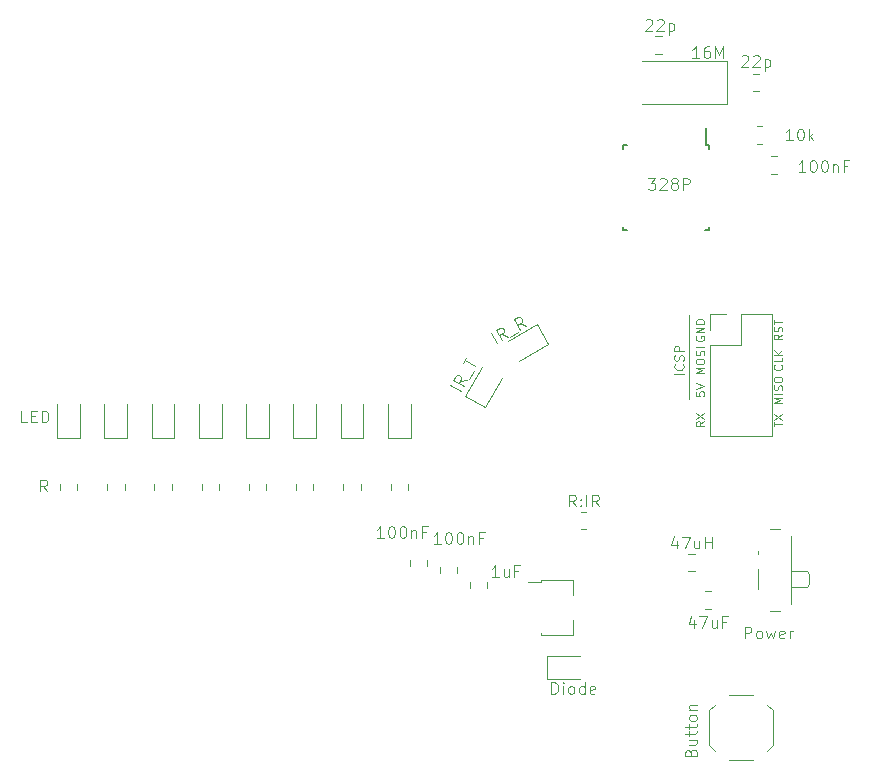
<source format=gbr>
%TF.GenerationSoftware,KiCad,Pcbnew,(5.1.9-0-10_14)*%
%TF.CreationDate,2021-08-30T14:03:39+08:00*%
%TF.ProjectId,FidgetSpinner,46696467-6574-4537-9069-6e6e65722e6b,rev?*%
%TF.SameCoordinates,Original*%
%TF.FileFunction,Legend,Top*%
%TF.FilePolarity,Positive*%
%FSLAX46Y46*%
G04 Gerber Fmt 4.6, Leading zero omitted, Abs format (unit mm)*
G04 Created by KiCad (PCBNEW (5.1.9-0-10_14)) date 2021-08-30 14:03:39*
%MOMM*%
%LPD*%
G01*
G04 APERTURE LIST*
%ADD10C,0.100000*%
%ADD11C,0.120000*%
%ADD12C,0.150000*%
G04 APERTURE END LIST*
D10*
X117726666Y-100863333D02*
X117726666Y-100463333D01*
X118426666Y-100663333D02*
X117726666Y-100663333D01*
X117726666Y-100296666D02*
X118426666Y-99830000D01*
X117726666Y-99830000D02*
X118426666Y-100296666D01*
X111822666Y-100446666D02*
X111489333Y-100680000D01*
X111822666Y-100846666D02*
X111122666Y-100846666D01*
X111122666Y-100580000D01*
X111156000Y-100513333D01*
X111189333Y-100480000D01*
X111256000Y-100446666D01*
X111356000Y-100446666D01*
X111422666Y-100480000D01*
X111456000Y-100513333D01*
X111489333Y-100580000D01*
X111489333Y-100846666D01*
X111122666Y-100213333D02*
X111822666Y-99746666D01*
X111122666Y-99746666D02*
X111822666Y-100213333D01*
X118426666Y-98890000D02*
X117726666Y-98890000D01*
X118226666Y-98656666D01*
X117726666Y-98423333D01*
X118426666Y-98423333D01*
X118426666Y-98090000D02*
X117726666Y-98090000D01*
X118393333Y-97790000D02*
X118426666Y-97690000D01*
X118426666Y-97523333D01*
X118393333Y-97456666D01*
X118360000Y-97423333D01*
X118293333Y-97390000D01*
X118226666Y-97390000D01*
X118160000Y-97423333D01*
X118126666Y-97456666D01*
X118093333Y-97523333D01*
X118060000Y-97656666D01*
X118026666Y-97723333D01*
X117993333Y-97756666D01*
X117926666Y-97790000D01*
X117860000Y-97790000D01*
X117793333Y-97756666D01*
X117760000Y-97723333D01*
X117726666Y-97656666D01*
X117726666Y-97490000D01*
X117760000Y-97390000D01*
X117726666Y-96956666D02*
X117726666Y-96823333D01*
X117760000Y-96756666D01*
X117826666Y-96690000D01*
X117960000Y-96656666D01*
X118193333Y-96656666D01*
X118326666Y-96690000D01*
X118393333Y-96756666D01*
X118426666Y-96823333D01*
X118426666Y-96956666D01*
X118393333Y-97023333D01*
X118326666Y-97090000D01*
X118193333Y-97123333D01*
X117960000Y-97123333D01*
X117826666Y-97090000D01*
X117760000Y-97023333D01*
X117726666Y-96956666D01*
X118426666Y-93093333D02*
X118093333Y-93326666D01*
X118426666Y-93493333D02*
X117726666Y-93493333D01*
X117726666Y-93226666D01*
X117760000Y-93160000D01*
X117793333Y-93126666D01*
X117860000Y-93093333D01*
X117960000Y-93093333D01*
X118026666Y-93126666D01*
X118060000Y-93160000D01*
X118093333Y-93226666D01*
X118093333Y-93493333D01*
X118393333Y-92826666D02*
X118426666Y-92726666D01*
X118426666Y-92560000D01*
X118393333Y-92493333D01*
X118360000Y-92460000D01*
X118293333Y-92426666D01*
X118226666Y-92426666D01*
X118160000Y-92460000D01*
X118126666Y-92493333D01*
X118093333Y-92560000D01*
X118060000Y-92693333D01*
X118026666Y-92760000D01*
X117993333Y-92793333D01*
X117926666Y-92826666D01*
X117860000Y-92826666D01*
X117793333Y-92793333D01*
X117760000Y-92760000D01*
X117726666Y-92693333D01*
X117726666Y-92526666D01*
X117760000Y-92426666D01*
X117726666Y-92226666D02*
X117726666Y-91826666D01*
X118426666Y-92026666D02*
X117726666Y-92026666D01*
X118360000Y-95666666D02*
X118393333Y-95700000D01*
X118426666Y-95800000D01*
X118426666Y-95866666D01*
X118393333Y-95966666D01*
X118326666Y-96033333D01*
X118260000Y-96066666D01*
X118126666Y-96100000D01*
X118026666Y-96100000D01*
X117893333Y-96066666D01*
X117826666Y-96033333D01*
X117760000Y-95966666D01*
X117726666Y-95866666D01*
X117726666Y-95800000D01*
X117760000Y-95700000D01*
X117793333Y-95666666D01*
X118426666Y-95033333D02*
X118426666Y-95366666D01*
X117726666Y-95366666D01*
X118426666Y-94800000D02*
X117726666Y-94800000D01*
X118426666Y-94400000D02*
X118026666Y-94700000D01*
X117726666Y-94400000D02*
X118126666Y-94800000D01*
X111156000Y-93243333D02*
X111122666Y-93310000D01*
X111122666Y-93410000D01*
X111156000Y-93510000D01*
X111222666Y-93576666D01*
X111289333Y-93610000D01*
X111422666Y-93643333D01*
X111522666Y-93643333D01*
X111656000Y-93610000D01*
X111722666Y-93576666D01*
X111789333Y-93510000D01*
X111822666Y-93410000D01*
X111822666Y-93343333D01*
X111789333Y-93243333D01*
X111756000Y-93210000D01*
X111522666Y-93210000D01*
X111522666Y-93343333D01*
X111822666Y-92910000D02*
X111122666Y-92910000D01*
X111822666Y-92510000D01*
X111122666Y-92510000D01*
X111822666Y-92176666D02*
X111122666Y-92176666D01*
X111122666Y-92010000D01*
X111156000Y-91910000D01*
X111222666Y-91843333D01*
X111289333Y-91810000D01*
X111422666Y-91776666D01*
X111522666Y-91776666D01*
X111656000Y-91810000D01*
X111722666Y-91843333D01*
X111789333Y-91910000D01*
X111822666Y-92010000D01*
X111822666Y-92176666D01*
X111822666Y-96350000D02*
X111122666Y-96350000D01*
X111622666Y-96116666D01*
X111122666Y-95883333D01*
X111822666Y-95883333D01*
X111122666Y-95416666D02*
X111122666Y-95283333D01*
X111156000Y-95216666D01*
X111222666Y-95150000D01*
X111356000Y-95116666D01*
X111589333Y-95116666D01*
X111722666Y-95150000D01*
X111789333Y-95216666D01*
X111822666Y-95283333D01*
X111822666Y-95416666D01*
X111789333Y-95483333D01*
X111722666Y-95550000D01*
X111589333Y-95583333D01*
X111356000Y-95583333D01*
X111222666Y-95550000D01*
X111156000Y-95483333D01*
X111122666Y-95416666D01*
X111789333Y-94850000D02*
X111822666Y-94750000D01*
X111822666Y-94583333D01*
X111789333Y-94516666D01*
X111756000Y-94483333D01*
X111689333Y-94450000D01*
X111622666Y-94450000D01*
X111556000Y-94483333D01*
X111522666Y-94516666D01*
X111489333Y-94583333D01*
X111456000Y-94716666D01*
X111422666Y-94783333D01*
X111389333Y-94816666D01*
X111322666Y-94850000D01*
X111256000Y-94850000D01*
X111189333Y-94816666D01*
X111156000Y-94783333D01*
X111122666Y-94716666D01*
X111122666Y-94550000D01*
X111156000Y-94450000D01*
X111822666Y-94150000D02*
X111122666Y-94150000D01*
X110089904Y-96430952D02*
X109289904Y-96430952D01*
X110013714Y-95592857D02*
X110051809Y-95630952D01*
X110089904Y-95745238D01*
X110089904Y-95821428D01*
X110051809Y-95935714D01*
X109975619Y-96011904D01*
X109899428Y-96050000D01*
X109747047Y-96088095D01*
X109632761Y-96088095D01*
X109480380Y-96050000D01*
X109404190Y-96011904D01*
X109328000Y-95935714D01*
X109289904Y-95821428D01*
X109289904Y-95745238D01*
X109328000Y-95630952D01*
X109366095Y-95592857D01*
X110051809Y-95288095D02*
X110089904Y-95173809D01*
X110089904Y-94983333D01*
X110051809Y-94907142D01*
X110013714Y-94869047D01*
X109937523Y-94830952D01*
X109861333Y-94830952D01*
X109785142Y-94869047D01*
X109747047Y-94907142D01*
X109708952Y-94983333D01*
X109670857Y-95135714D01*
X109632761Y-95211904D01*
X109594666Y-95250000D01*
X109518476Y-95288095D01*
X109442285Y-95288095D01*
X109366095Y-95250000D01*
X109328000Y-95211904D01*
X109289904Y-95135714D01*
X109289904Y-94945238D01*
X109328000Y-94830952D01*
X110089904Y-94488095D02*
X109289904Y-94488095D01*
X109289904Y-94183333D01*
X109328000Y-94107142D01*
X109366095Y-94069047D01*
X109442285Y-94030952D01*
X109556571Y-94030952D01*
X109632761Y-94069047D01*
X109670857Y-94107142D01*
X109708952Y-94183333D01*
X109708952Y-94488095D01*
X110490000Y-98552000D02*
X110490000Y-91440000D01*
X111122666Y-97923333D02*
X111122666Y-98256666D01*
X111456000Y-98290000D01*
X111422666Y-98256666D01*
X111389333Y-98190000D01*
X111389333Y-98023333D01*
X111422666Y-97956666D01*
X111456000Y-97923333D01*
X111522666Y-97890000D01*
X111689333Y-97890000D01*
X111756000Y-97923333D01*
X111789333Y-97956666D01*
X111822666Y-98023333D01*
X111822666Y-98190000D01*
X111789333Y-98256666D01*
X111756000Y-98290000D01*
X111122666Y-97690000D02*
X111822666Y-97456666D01*
X111122666Y-97223333D01*
X119292761Y-76652380D02*
X118721333Y-76652380D01*
X119007047Y-76652380D02*
X119007047Y-75652380D01*
X118911809Y-75795238D01*
X118816571Y-75890476D01*
X118721333Y-75938095D01*
X119911809Y-75652380D02*
X120007047Y-75652380D01*
X120102285Y-75700000D01*
X120149904Y-75747619D01*
X120197523Y-75842857D01*
X120245142Y-76033333D01*
X120245142Y-76271428D01*
X120197523Y-76461904D01*
X120149904Y-76557142D01*
X120102285Y-76604761D01*
X120007047Y-76652380D01*
X119911809Y-76652380D01*
X119816571Y-76604761D01*
X119768952Y-76557142D01*
X119721333Y-76461904D01*
X119673714Y-76271428D01*
X119673714Y-76033333D01*
X119721333Y-75842857D01*
X119768952Y-75747619D01*
X119816571Y-75700000D01*
X119911809Y-75652380D01*
X120673714Y-76652380D02*
X120673714Y-75652380D01*
X120768952Y-76271428D02*
X121054666Y-76652380D01*
X121054666Y-75985714D02*
X120673714Y-76366666D01*
X120372380Y-79319380D02*
X119800952Y-79319380D01*
X120086666Y-79319380D02*
X120086666Y-78319380D01*
X119991428Y-78462238D01*
X119896190Y-78557476D01*
X119800952Y-78605095D01*
X120991428Y-78319380D02*
X121086666Y-78319380D01*
X121181904Y-78367000D01*
X121229523Y-78414619D01*
X121277142Y-78509857D01*
X121324761Y-78700333D01*
X121324761Y-78938428D01*
X121277142Y-79128904D01*
X121229523Y-79224142D01*
X121181904Y-79271761D01*
X121086666Y-79319380D01*
X120991428Y-79319380D01*
X120896190Y-79271761D01*
X120848571Y-79224142D01*
X120800952Y-79128904D01*
X120753333Y-78938428D01*
X120753333Y-78700333D01*
X120800952Y-78509857D01*
X120848571Y-78414619D01*
X120896190Y-78367000D01*
X120991428Y-78319380D01*
X121943809Y-78319380D02*
X122039047Y-78319380D01*
X122134285Y-78367000D01*
X122181904Y-78414619D01*
X122229523Y-78509857D01*
X122277142Y-78700333D01*
X122277142Y-78938428D01*
X122229523Y-79128904D01*
X122181904Y-79224142D01*
X122134285Y-79271761D01*
X122039047Y-79319380D01*
X121943809Y-79319380D01*
X121848571Y-79271761D01*
X121800952Y-79224142D01*
X121753333Y-79128904D01*
X121705714Y-78938428D01*
X121705714Y-78700333D01*
X121753333Y-78509857D01*
X121800952Y-78414619D01*
X121848571Y-78367000D01*
X121943809Y-78319380D01*
X122705714Y-78652714D02*
X122705714Y-79319380D01*
X122705714Y-78747952D02*
X122753333Y-78700333D01*
X122848571Y-78652714D01*
X122991428Y-78652714D01*
X123086666Y-78700333D01*
X123134285Y-78795571D01*
X123134285Y-79319380D01*
X123943809Y-78795571D02*
X123610476Y-78795571D01*
X123610476Y-79319380D02*
X123610476Y-78319380D01*
X124086666Y-78319380D01*
X114990714Y-69524619D02*
X115038333Y-69477000D01*
X115133571Y-69429380D01*
X115371666Y-69429380D01*
X115466904Y-69477000D01*
X115514523Y-69524619D01*
X115562142Y-69619857D01*
X115562142Y-69715095D01*
X115514523Y-69857952D01*
X114943095Y-70429380D01*
X115562142Y-70429380D01*
X115943095Y-69524619D02*
X115990714Y-69477000D01*
X116085952Y-69429380D01*
X116324047Y-69429380D01*
X116419285Y-69477000D01*
X116466904Y-69524619D01*
X116514523Y-69619857D01*
X116514523Y-69715095D01*
X116466904Y-69857952D01*
X115895476Y-70429380D01*
X116514523Y-70429380D01*
X116943095Y-69762714D02*
X116943095Y-70762714D01*
X116943095Y-69810333D02*
X117038333Y-69762714D01*
X117228809Y-69762714D01*
X117324047Y-69810333D01*
X117371666Y-69857952D01*
X117419285Y-69953190D01*
X117419285Y-70238904D01*
X117371666Y-70334142D01*
X117324047Y-70381761D01*
X117228809Y-70429380D01*
X117038333Y-70429380D01*
X116943095Y-70381761D01*
X106862714Y-66476619D02*
X106910333Y-66429000D01*
X107005571Y-66381380D01*
X107243666Y-66381380D01*
X107338904Y-66429000D01*
X107386523Y-66476619D01*
X107434142Y-66571857D01*
X107434142Y-66667095D01*
X107386523Y-66809952D01*
X106815095Y-67381380D01*
X107434142Y-67381380D01*
X107815095Y-66476619D02*
X107862714Y-66429000D01*
X107957952Y-66381380D01*
X108196047Y-66381380D01*
X108291285Y-66429000D01*
X108338904Y-66476619D01*
X108386523Y-66571857D01*
X108386523Y-66667095D01*
X108338904Y-66809952D01*
X107767476Y-67381380D01*
X108386523Y-67381380D01*
X108815095Y-66714714D02*
X108815095Y-67714714D01*
X108815095Y-66762333D02*
X108910333Y-66714714D01*
X109100809Y-66714714D01*
X109196047Y-66762333D01*
X109243666Y-66809952D01*
X109291285Y-66905190D01*
X109291285Y-67190904D01*
X109243666Y-67286142D01*
X109196047Y-67333761D01*
X109100809Y-67381380D01*
X108910333Y-67381380D01*
X108815095Y-67333761D01*
X111379095Y-69667380D02*
X110807666Y-69667380D01*
X111093380Y-69667380D02*
X111093380Y-68667380D01*
X110998142Y-68810238D01*
X110902904Y-68905476D01*
X110807666Y-68953095D01*
X112236238Y-68667380D02*
X112045761Y-68667380D01*
X111950523Y-68715000D01*
X111902904Y-68762619D01*
X111807666Y-68905476D01*
X111760047Y-69095952D01*
X111760047Y-69476904D01*
X111807666Y-69572142D01*
X111855285Y-69619761D01*
X111950523Y-69667380D01*
X112141000Y-69667380D01*
X112236238Y-69619761D01*
X112283857Y-69572142D01*
X112331476Y-69476904D01*
X112331476Y-69238809D01*
X112283857Y-69143571D01*
X112236238Y-69095952D01*
X112141000Y-69048333D01*
X111950523Y-69048333D01*
X111855285Y-69095952D01*
X111807666Y-69143571D01*
X111760047Y-69238809D01*
X112760047Y-69667380D02*
X112760047Y-68667380D01*
X113093380Y-69381666D01*
X113426714Y-68667380D01*
X113426714Y-69667380D01*
X107053285Y-79843380D02*
X107672333Y-79843380D01*
X107339000Y-80224333D01*
X107481857Y-80224333D01*
X107577095Y-80271952D01*
X107624714Y-80319571D01*
X107672333Y-80414809D01*
X107672333Y-80652904D01*
X107624714Y-80748142D01*
X107577095Y-80795761D01*
X107481857Y-80843380D01*
X107196142Y-80843380D01*
X107100904Y-80795761D01*
X107053285Y-80748142D01*
X108053285Y-79938619D02*
X108100904Y-79891000D01*
X108196142Y-79843380D01*
X108434238Y-79843380D01*
X108529476Y-79891000D01*
X108577095Y-79938619D01*
X108624714Y-80033857D01*
X108624714Y-80129095D01*
X108577095Y-80271952D01*
X108005666Y-80843380D01*
X108624714Y-80843380D01*
X109196142Y-80271952D02*
X109100904Y-80224333D01*
X109053285Y-80176714D01*
X109005666Y-80081476D01*
X109005666Y-80033857D01*
X109053285Y-79938619D01*
X109100904Y-79891000D01*
X109196142Y-79843380D01*
X109386619Y-79843380D01*
X109481857Y-79891000D01*
X109529476Y-79938619D01*
X109577095Y-80033857D01*
X109577095Y-80081476D01*
X109529476Y-80176714D01*
X109481857Y-80224333D01*
X109386619Y-80271952D01*
X109196142Y-80271952D01*
X109100904Y-80319571D01*
X109053285Y-80367190D01*
X109005666Y-80462428D01*
X109005666Y-80652904D01*
X109053285Y-80748142D01*
X109100904Y-80795761D01*
X109196142Y-80843380D01*
X109386619Y-80843380D01*
X109481857Y-80795761D01*
X109529476Y-80748142D01*
X109577095Y-80652904D01*
X109577095Y-80462428D01*
X109529476Y-80367190D01*
X109481857Y-80319571D01*
X109386619Y-80271952D01*
X110005666Y-80843380D02*
X110005666Y-79843380D01*
X110386619Y-79843380D01*
X110481857Y-79891000D01*
X110529476Y-79938619D01*
X110577095Y-80033857D01*
X110577095Y-80176714D01*
X110529476Y-80271952D01*
X110481857Y-80319571D01*
X110386619Y-80367190D01*
X110005666Y-80367190D01*
X110974333Y-117260714D02*
X110974333Y-117927380D01*
X110736238Y-116879761D02*
X110498142Y-117594047D01*
X111117190Y-117594047D01*
X111402904Y-116927380D02*
X112069571Y-116927380D01*
X111641000Y-117927380D01*
X112879095Y-117260714D02*
X112879095Y-117927380D01*
X112450523Y-117260714D02*
X112450523Y-117784523D01*
X112498142Y-117879761D01*
X112593380Y-117927380D01*
X112736238Y-117927380D01*
X112831476Y-117879761D01*
X112879095Y-117832142D01*
X113688619Y-117403571D02*
X113355285Y-117403571D01*
X113355285Y-117927380D02*
X113355285Y-116927380D01*
X113831476Y-116927380D01*
X109482095Y-110529714D02*
X109482095Y-111196380D01*
X109244000Y-110148761D02*
X109005904Y-110863047D01*
X109624952Y-110863047D01*
X109910666Y-110196380D02*
X110577333Y-110196380D01*
X110148761Y-111196380D01*
X111386857Y-110529714D02*
X111386857Y-111196380D01*
X110958285Y-110529714D02*
X110958285Y-111053523D01*
X111005904Y-111148761D01*
X111101142Y-111196380D01*
X111244000Y-111196380D01*
X111339238Y-111148761D01*
X111386857Y-111101142D01*
X111863047Y-111196380D02*
X111863047Y-110196380D01*
X111863047Y-110672571D02*
X112434476Y-110672571D01*
X112434476Y-111196380D02*
X112434476Y-110196380D01*
X115244809Y-118816380D02*
X115244809Y-117816380D01*
X115625761Y-117816380D01*
X115721000Y-117864000D01*
X115768619Y-117911619D01*
X115816238Y-118006857D01*
X115816238Y-118149714D01*
X115768619Y-118244952D01*
X115721000Y-118292571D01*
X115625761Y-118340190D01*
X115244809Y-118340190D01*
X116387666Y-118816380D02*
X116292428Y-118768761D01*
X116244809Y-118721142D01*
X116197190Y-118625904D01*
X116197190Y-118340190D01*
X116244809Y-118244952D01*
X116292428Y-118197333D01*
X116387666Y-118149714D01*
X116530523Y-118149714D01*
X116625761Y-118197333D01*
X116673380Y-118244952D01*
X116721000Y-118340190D01*
X116721000Y-118625904D01*
X116673380Y-118721142D01*
X116625761Y-118768761D01*
X116530523Y-118816380D01*
X116387666Y-118816380D01*
X117054333Y-118149714D02*
X117244809Y-118816380D01*
X117435285Y-118340190D01*
X117625761Y-118816380D01*
X117816238Y-118149714D01*
X118578142Y-118768761D02*
X118482904Y-118816380D01*
X118292428Y-118816380D01*
X118197190Y-118768761D01*
X118149571Y-118673523D01*
X118149571Y-118292571D01*
X118197190Y-118197333D01*
X118292428Y-118149714D01*
X118482904Y-118149714D01*
X118578142Y-118197333D01*
X118625761Y-118292571D01*
X118625761Y-118387809D01*
X118149571Y-118483047D01*
X119054333Y-118816380D02*
X119054333Y-118149714D01*
X119054333Y-118340190D02*
X119101952Y-118244952D01*
X119149571Y-118197333D01*
X119244809Y-118149714D01*
X119340047Y-118149714D01*
X110672571Y-128476142D02*
X110720190Y-128333285D01*
X110767809Y-128285666D01*
X110863047Y-128238047D01*
X111005904Y-128238047D01*
X111101142Y-128285666D01*
X111148761Y-128333285D01*
X111196380Y-128428523D01*
X111196380Y-128809476D01*
X110196380Y-128809476D01*
X110196380Y-128476142D01*
X110244000Y-128380904D01*
X110291619Y-128333285D01*
X110386857Y-128285666D01*
X110482095Y-128285666D01*
X110577333Y-128333285D01*
X110624952Y-128380904D01*
X110672571Y-128476142D01*
X110672571Y-128809476D01*
X110529714Y-127380904D02*
X111196380Y-127380904D01*
X110529714Y-127809476D02*
X111053523Y-127809476D01*
X111148761Y-127761857D01*
X111196380Y-127666619D01*
X111196380Y-127523761D01*
X111148761Y-127428523D01*
X111101142Y-127380904D01*
X110529714Y-127047571D02*
X110529714Y-126666619D01*
X110196380Y-126904714D02*
X111053523Y-126904714D01*
X111148761Y-126857095D01*
X111196380Y-126761857D01*
X111196380Y-126666619D01*
X110529714Y-126476142D02*
X110529714Y-126095190D01*
X110196380Y-126333285D02*
X111053523Y-126333285D01*
X111148761Y-126285666D01*
X111196380Y-126190428D01*
X111196380Y-126095190D01*
X111196380Y-125619000D02*
X111148761Y-125714238D01*
X111101142Y-125761857D01*
X111005904Y-125809476D01*
X110720190Y-125809476D01*
X110624952Y-125761857D01*
X110577333Y-125714238D01*
X110529714Y-125619000D01*
X110529714Y-125476142D01*
X110577333Y-125380904D01*
X110624952Y-125333285D01*
X110720190Y-125285666D01*
X111005904Y-125285666D01*
X111101142Y-125333285D01*
X111148761Y-125380904D01*
X111196380Y-125476142D01*
X111196380Y-125619000D01*
X110529714Y-124857095D02*
X111196380Y-124857095D01*
X110624952Y-124857095D02*
X110577333Y-124809476D01*
X110529714Y-124714238D01*
X110529714Y-124571380D01*
X110577333Y-124476142D01*
X110672571Y-124428523D01*
X111196380Y-124428523D01*
X100933333Y-107640380D02*
X100600000Y-107164190D01*
X100361904Y-107640380D02*
X100361904Y-106640380D01*
X100742857Y-106640380D01*
X100838095Y-106688000D01*
X100885714Y-106735619D01*
X100933333Y-106830857D01*
X100933333Y-106973714D01*
X100885714Y-107068952D01*
X100838095Y-107116571D01*
X100742857Y-107164190D01*
X100361904Y-107164190D01*
X101361904Y-107545142D02*
X101409523Y-107592761D01*
X101361904Y-107640380D01*
X101314285Y-107592761D01*
X101361904Y-107545142D01*
X101361904Y-107640380D01*
X101361904Y-107021333D02*
X101409523Y-107068952D01*
X101361904Y-107116571D01*
X101314285Y-107068952D01*
X101361904Y-107021333D01*
X101361904Y-107116571D01*
X101838095Y-107640380D02*
X101838095Y-106640380D01*
X102885714Y-107640380D02*
X102552380Y-107164190D01*
X102314285Y-107640380D02*
X102314285Y-106640380D01*
X102695238Y-106640380D01*
X102790476Y-106688000D01*
X102838095Y-106735619D01*
X102885714Y-106830857D01*
X102885714Y-106973714D01*
X102838095Y-107068952D01*
X102790476Y-107116571D01*
X102695238Y-107164190D01*
X102314285Y-107164190D01*
X84685380Y-110307380D02*
X84113952Y-110307380D01*
X84399666Y-110307380D02*
X84399666Y-109307380D01*
X84304428Y-109450238D01*
X84209190Y-109545476D01*
X84113952Y-109593095D01*
X85304428Y-109307380D02*
X85399666Y-109307380D01*
X85494904Y-109355000D01*
X85542523Y-109402619D01*
X85590142Y-109497857D01*
X85637761Y-109688333D01*
X85637761Y-109926428D01*
X85590142Y-110116904D01*
X85542523Y-110212142D01*
X85494904Y-110259761D01*
X85399666Y-110307380D01*
X85304428Y-110307380D01*
X85209190Y-110259761D01*
X85161571Y-110212142D01*
X85113952Y-110116904D01*
X85066333Y-109926428D01*
X85066333Y-109688333D01*
X85113952Y-109497857D01*
X85161571Y-109402619D01*
X85209190Y-109355000D01*
X85304428Y-109307380D01*
X86256809Y-109307380D02*
X86352047Y-109307380D01*
X86447285Y-109355000D01*
X86494904Y-109402619D01*
X86542523Y-109497857D01*
X86590142Y-109688333D01*
X86590142Y-109926428D01*
X86542523Y-110116904D01*
X86494904Y-110212142D01*
X86447285Y-110259761D01*
X86352047Y-110307380D01*
X86256809Y-110307380D01*
X86161571Y-110259761D01*
X86113952Y-110212142D01*
X86066333Y-110116904D01*
X86018714Y-109926428D01*
X86018714Y-109688333D01*
X86066333Y-109497857D01*
X86113952Y-109402619D01*
X86161571Y-109355000D01*
X86256809Y-109307380D01*
X87018714Y-109640714D02*
X87018714Y-110307380D01*
X87018714Y-109735952D02*
X87066333Y-109688333D01*
X87161571Y-109640714D01*
X87304428Y-109640714D01*
X87399666Y-109688333D01*
X87447285Y-109783571D01*
X87447285Y-110307380D01*
X88256809Y-109783571D02*
X87923476Y-109783571D01*
X87923476Y-110307380D02*
X87923476Y-109307380D01*
X88399666Y-109307380D01*
X89511380Y-110815380D02*
X88939952Y-110815380D01*
X89225666Y-110815380D02*
X89225666Y-109815380D01*
X89130428Y-109958238D01*
X89035190Y-110053476D01*
X88939952Y-110101095D01*
X90130428Y-109815380D02*
X90225666Y-109815380D01*
X90320904Y-109863000D01*
X90368523Y-109910619D01*
X90416142Y-110005857D01*
X90463761Y-110196333D01*
X90463761Y-110434428D01*
X90416142Y-110624904D01*
X90368523Y-110720142D01*
X90320904Y-110767761D01*
X90225666Y-110815380D01*
X90130428Y-110815380D01*
X90035190Y-110767761D01*
X89987571Y-110720142D01*
X89939952Y-110624904D01*
X89892333Y-110434428D01*
X89892333Y-110196333D01*
X89939952Y-110005857D01*
X89987571Y-109910619D01*
X90035190Y-109863000D01*
X90130428Y-109815380D01*
X91082809Y-109815380D02*
X91178047Y-109815380D01*
X91273285Y-109863000D01*
X91320904Y-109910619D01*
X91368523Y-110005857D01*
X91416142Y-110196333D01*
X91416142Y-110434428D01*
X91368523Y-110624904D01*
X91320904Y-110720142D01*
X91273285Y-110767761D01*
X91178047Y-110815380D01*
X91082809Y-110815380D01*
X90987571Y-110767761D01*
X90939952Y-110720142D01*
X90892333Y-110624904D01*
X90844714Y-110434428D01*
X90844714Y-110196333D01*
X90892333Y-110005857D01*
X90939952Y-109910619D01*
X90987571Y-109863000D01*
X91082809Y-109815380D01*
X91844714Y-110148714D02*
X91844714Y-110815380D01*
X91844714Y-110243952D02*
X91892333Y-110196333D01*
X91987571Y-110148714D01*
X92130428Y-110148714D01*
X92225666Y-110196333D01*
X92273285Y-110291571D01*
X92273285Y-110815380D01*
X93082809Y-110291571D02*
X92749476Y-110291571D01*
X92749476Y-110815380D02*
X92749476Y-109815380D01*
X93225666Y-109815380D01*
X94400761Y-113609380D02*
X93829333Y-113609380D01*
X94115047Y-113609380D02*
X94115047Y-112609380D01*
X94019809Y-112752238D01*
X93924571Y-112847476D01*
X93829333Y-112895095D01*
X95257904Y-112942714D02*
X95257904Y-113609380D01*
X94829333Y-112942714D02*
X94829333Y-113466523D01*
X94876952Y-113561761D01*
X94972190Y-113609380D01*
X95115047Y-113609380D01*
X95210285Y-113561761D01*
X95257904Y-113514142D01*
X96067428Y-113085571D02*
X95734095Y-113085571D01*
X95734095Y-113609380D02*
X95734095Y-112609380D01*
X96210285Y-112609380D01*
X98877666Y-123515380D02*
X98877666Y-122515380D01*
X99115761Y-122515380D01*
X99258619Y-122563000D01*
X99353857Y-122658238D01*
X99401476Y-122753476D01*
X99449095Y-122943952D01*
X99449095Y-123086809D01*
X99401476Y-123277285D01*
X99353857Y-123372523D01*
X99258619Y-123467761D01*
X99115761Y-123515380D01*
X98877666Y-123515380D01*
X99877666Y-123515380D02*
X99877666Y-122848714D01*
X99877666Y-122515380D02*
X99830047Y-122563000D01*
X99877666Y-122610619D01*
X99925285Y-122563000D01*
X99877666Y-122515380D01*
X99877666Y-122610619D01*
X100496714Y-123515380D02*
X100401476Y-123467761D01*
X100353857Y-123420142D01*
X100306238Y-123324904D01*
X100306238Y-123039190D01*
X100353857Y-122943952D01*
X100401476Y-122896333D01*
X100496714Y-122848714D01*
X100639571Y-122848714D01*
X100734809Y-122896333D01*
X100782428Y-122943952D01*
X100830047Y-123039190D01*
X100830047Y-123324904D01*
X100782428Y-123420142D01*
X100734809Y-123467761D01*
X100639571Y-123515380D01*
X100496714Y-123515380D01*
X101687190Y-123515380D02*
X101687190Y-122515380D01*
X101687190Y-123467761D02*
X101591952Y-123515380D01*
X101401476Y-123515380D01*
X101306238Y-123467761D01*
X101258619Y-123420142D01*
X101211000Y-123324904D01*
X101211000Y-123039190D01*
X101258619Y-122943952D01*
X101306238Y-122896333D01*
X101401476Y-122848714D01*
X101591952Y-122848714D01*
X101687190Y-122896333D01*
X102544333Y-123467761D02*
X102449095Y-123515380D01*
X102258619Y-123515380D01*
X102163380Y-123467761D01*
X102115761Y-123372523D01*
X102115761Y-122991571D01*
X102163380Y-122896333D01*
X102258619Y-122848714D01*
X102449095Y-122848714D01*
X102544333Y-122896333D01*
X102591952Y-122991571D01*
X102591952Y-123086809D01*
X102115761Y-123182047D01*
X56189523Y-106370380D02*
X55856190Y-105894190D01*
X55618095Y-106370380D02*
X55618095Y-105370380D01*
X55999047Y-105370380D01*
X56094285Y-105418000D01*
X56141904Y-105465619D01*
X56189523Y-105560857D01*
X56189523Y-105703714D01*
X56141904Y-105798952D01*
X56094285Y-105846571D01*
X55999047Y-105894190D01*
X55618095Y-105894190D01*
X54475142Y-100528380D02*
X53998952Y-100528380D01*
X53998952Y-99528380D01*
X54808476Y-100004571D02*
X55141809Y-100004571D01*
X55284666Y-100528380D02*
X54808476Y-100528380D01*
X54808476Y-99528380D01*
X55284666Y-99528380D01*
X55713238Y-100528380D02*
X55713238Y-99528380D01*
X55951333Y-99528380D01*
X56094190Y-99576000D01*
X56189428Y-99671238D01*
X56237047Y-99766476D01*
X56284666Y-99956952D01*
X56284666Y-100099809D01*
X56237047Y-100290285D01*
X56189428Y-100385523D01*
X56094190Y-100480761D01*
X55951333Y-100528380D01*
X55713238Y-100528380D01*
X94280250Y-93792249D02*
X93780250Y-92926224D01*
X95187515Y-93268440D02*
X94660744Y-93022713D01*
X94692643Y-93554154D02*
X94192643Y-92688128D01*
X94522558Y-92497652D01*
X94628846Y-92491273D01*
X94693895Y-92508702D01*
X94782753Y-92567371D01*
X94854182Y-92691089D01*
X94860561Y-92797377D01*
X94843131Y-92862426D01*
X94784462Y-92951285D01*
X94454548Y-93141761D01*
X95400091Y-93255680D02*
X96059920Y-92874728D01*
X96713369Y-92387487D02*
X96186599Y-92141761D01*
X96218497Y-92673201D02*
X95718497Y-91807176D01*
X96048412Y-91616700D01*
X96154700Y-91610320D01*
X96219749Y-91627750D01*
X96308607Y-91686419D01*
X96380036Y-91810137D01*
X96386416Y-91916425D01*
X96368986Y-91981474D01*
X96310317Y-92070332D01*
X95980402Y-92260808D01*
X91200821Y-97839032D02*
X90334795Y-97339032D01*
X91724630Y-96931767D02*
X91145570Y-96982347D01*
X91438916Y-97426639D02*
X90572890Y-96926639D01*
X90763367Y-96596724D01*
X90852225Y-96538055D01*
X90917274Y-96520625D01*
X91023562Y-96527005D01*
X91147280Y-96598434D01*
X91205949Y-96687292D01*
X91223379Y-96752341D01*
X91216999Y-96858629D01*
X91026523Y-97188543D01*
X91902347Y-96814429D02*
X92283299Y-96154600D01*
X91382414Y-95524502D02*
X91668128Y-95029630D01*
X92391297Y-95777066D02*
X91525271Y-95277066D01*
D11*
%TO.C,J1*%
X112335000Y-101660000D02*
X117535000Y-101660000D01*
X112335000Y-93980000D02*
X112335000Y-101660000D01*
X117535000Y-91380000D02*
X117535000Y-101660000D01*
X112335000Y-93980000D02*
X114935000Y-93980000D01*
X114935000Y-93980000D02*
X114935000Y-91380000D01*
X114935000Y-91380000D02*
X117535000Y-91380000D01*
X112335000Y-92710000D02*
X112335000Y-91380000D01*
X112335000Y-91380000D02*
X113665000Y-91380000D01*
%TO.C,Y1*%
X106520000Y-73555000D02*
X113770000Y-73555000D01*
X113770000Y-73555000D02*
X113770000Y-69955000D01*
X113770000Y-69955000D02*
X106520000Y-69955000D01*
D12*
%TO.C,U1*%
X112210000Y-77020000D02*
X111985000Y-77020000D01*
X112210000Y-84270000D02*
X111885000Y-84270000D01*
X104960000Y-84270000D02*
X105285000Y-84270000D01*
X104960000Y-77020000D02*
X105285000Y-77020000D01*
X112210000Y-77020000D02*
X112210000Y-77345000D01*
X104960000Y-77020000D02*
X104960000Y-77345000D01*
X104960000Y-84270000D02*
X104960000Y-83945000D01*
X112210000Y-84270000D02*
X112210000Y-83945000D01*
X111985000Y-77020000D02*
X111985000Y-75595000D01*
D11*
%TO.C,SW2*%
X115975000Y-129085000D02*
X113895000Y-129085000D01*
X112215000Y-124915000D02*
X112705000Y-124425000D01*
X115975000Y-123645000D02*
X113895000Y-123645000D01*
X112215000Y-127815000D02*
X112705000Y-128305000D01*
X112215000Y-127815000D02*
X112215000Y-124915000D01*
X117655000Y-127815000D02*
X117165000Y-128305000D01*
X117655000Y-127815000D02*
X117655000Y-124915000D01*
X117655000Y-124915000D02*
X117165000Y-124425000D01*
%TO.C,SW1*%
X116355000Y-111630000D02*
X116355000Y-111430000D01*
X120495000Y-114430000D02*
X120705000Y-114230000D01*
X120495000Y-113130000D02*
X120705000Y-113330000D01*
X119205000Y-114430000D02*
X120495000Y-114430000D01*
X120705000Y-114230000D02*
X120705000Y-113330000D01*
X120495000Y-113130000D02*
X119205000Y-113130000D01*
X119205000Y-115880000D02*
X119205000Y-110180000D01*
X116355000Y-114630000D02*
X116355000Y-112930000D01*
X117405000Y-116480000D02*
X118195000Y-116480000D01*
X118195000Y-109580000D02*
X117405000Y-109580000D01*
%TO.C,R10*%
X101827064Y-109574000D02*
X101372936Y-109574000D01*
X101827064Y-108104000D02*
X101372936Y-108104000D01*
%TO.C,R9*%
X116247936Y-75465000D02*
X116702064Y-75465000D01*
X116247936Y-76935000D02*
X116702064Y-76935000D01*
%TO.C,R8*%
X85265000Y-106227064D02*
X85265000Y-105772936D01*
X86735000Y-106227064D02*
X86735000Y-105772936D01*
%TO.C,R7*%
X81265000Y-106227064D02*
X81265000Y-105772936D01*
X82735000Y-106227064D02*
X82735000Y-105772936D01*
%TO.C,R6*%
X77265000Y-106227064D02*
X77265000Y-105772936D01*
X78735000Y-106227064D02*
X78735000Y-105772936D01*
%TO.C,R5*%
X73265000Y-106227064D02*
X73265000Y-105772936D01*
X74735000Y-106227064D02*
X74735000Y-105772936D01*
%TO.C,R4*%
X69265000Y-106227064D02*
X69265000Y-105772936D01*
X70735000Y-106227064D02*
X70735000Y-105772936D01*
%TO.C,R3*%
X65265000Y-106227064D02*
X65265000Y-105772936D01*
X66735000Y-106227064D02*
X66735000Y-105772936D01*
%TO.C,R2*%
X61265000Y-106227064D02*
X61265000Y-105772936D01*
X62735000Y-106227064D02*
X62735000Y-105772936D01*
%TO.C,R1*%
X57265000Y-106227064D02*
X57265000Y-105772936D01*
X58735000Y-106227064D02*
X58735000Y-105772936D01*
%TO.C,Q1*%
X96133975Y-95311384D02*
X98610807Y-93881384D01*
X98610807Y-93881384D02*
X97650807Y-92218616D01*
X97650807Y-92218616D02*
X95173975Y-93648616D01*
%TO.C,L1*%
X110473748Y-111685000D02*
X110996252Y-111685000D01*
X110473748Y-113105000D02*
X110996252Y-113105000D01*
%TO.C,HS1*%
X100720000Y-117255000D02*
X100720000Y-118565000D01*
X100720000Y-118565000D02*
X98000000Y-118565000D01*
X96860000Y-114075000D02*
X98000000Y-114075000D01*
X100720000Y-113845000D02*
X100720000Y-115155000D01*
X98000000Y-113845000D02*
X100720000Y-113845000D01*
X98000000Y-113845000D02*
X98000000Y-114075000D01*
X98000000Y-118565000D02*
X98000000Y-118335000D01*
%TO.C,D17*%
X85040000Y-99000000D02*
X85040000Y-101860000D01*
X85040000Y-101860000D02*
X86960000Y-101860000D01*
X86960000Y-101860000D02*
X86960000Y-99000000D01*
%TO.C,D16*%
X81040000Y-99000000D02*
X81040000Y-101860000D01*
X81040000Y-101860000D02*
X82960000Y-101860000D01*
X82960000Y-101860000D02*
X82960000Y-99000000D01*
%TO.C,D15*%
X77040000Y-99000000D02*
X77040000Y-101860000D01*
X77040000Y-101860000D02*
X78960000Y-101860000D01*
X78960000Y-101860000D02*
X78960000Y-99000000D01*
%TO.C,D14*%
X73040000Y-99000000D02*
X73040000Y-101860000D01*
X73040000Y-101860000D02*
X74960000Y-101860000D01*
X74960000Y-101860000D02*
X74960000Y-99000000D01*
%TO.C,D13*%
X69040000Y-99000000D02*
X69040000Y-101860000D01*
X69040000Y-101860000D02*
X70960000Y-101860000D01*
X70960000Y-101860000D02*
X70960000Y-99000000D01*
%TO.C,D12*%
X65040000Y-99000000D02*
X65040000Y-101860000D01*
X65040000Y-101860000D02*
X66960000Y-101860000D01*
X66960000Y-101860000D02*
X66960000Y-99000000D01*
%TO.C,D11*%
X61040000Y-99000000D02*
X61040000Y-101860000D01*
X61040000Y-101860000D02*
X62960000Y-101860000D01*
X62960000Y-101860000D02*
X62960000Y-99000000D01*
%TO.C,D10*%
X57040000Y-99000000D02*
X57040000Y-101860000D01*
X57040000Y-101860000D02*
X58960000Y-101860000D01*
X58960000Y-101860000D02*
X58960000Y-99000000D01*
%TO.C,D2*%
X93013616Y-95808975D02*
X91583616Y-98285807D01*
X91583616Y-98285807D02*
X93246384Y-99245807D01*
X93246384Y-99245807D02*
X94676384Y-96768975D01*
%TO.C,D1*%
X101330000Y-120325000D02*
X98470000Y-120325000D01*
X98470000Y-120325000D02*
X98470000Y-122245000D01*
X98470000Y-122245000D02*
X101330000Y-122245000D01*
%TO.C,C8*%
X117968752Y-79475000D02*
X117446248Y-79475000D01*
X117968752Y-78005000D02*
X117446248Y-78005000D01*
%TO.C,C6*%
X86895000Y-112656252D02*
X86895000Y-112133748D01*
X88365000Y-112656252D02*
X88365000Y-112133748D01*
%TO.C,C5*%
X89435000Y-113291252D02*
X89435000Y-112768748D01*
X90905000Y-113291252D02*
X90905000Y-112768748D01*
%TO.C,C4*%
X91975000Y-114561252D02*
X91975000Y-114038748D01*
X93445000Y-114561252D02*
X93445000Y-114038748D01*
%TO.C,C3*%
X112423752Y-116305000D02*
X111901248Y-116305000D01*
X112423752Y-114835000D02*
X111901248Y-114835000D01*
%TO.C,C2*%
X108211252Y-69315000D02*
X107688748Y-69315000D01*
X108211252Y-67845000D02*
X107688748Y-67845000D01*
%TO.C,C1*%
X116466252Y-72490000D02*
X115943748Y-72490000D01*
X116466252Y-71020000D02*
X115943748Y-71020000D01*
%TD*%
M02*

</source>
